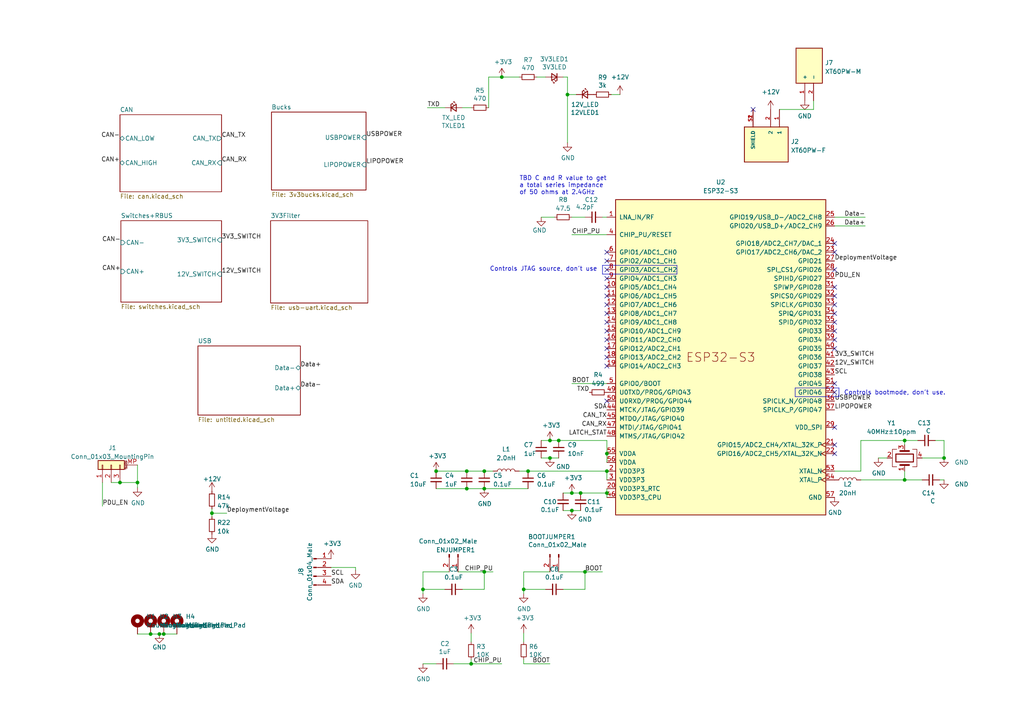
<source format=kicad_sch>
(kicad_sch (version 20230121) (generator eeschema)
  (paper "A4")
  (lib_symbols
    (symbol "Connector:Conn_01x02_Male" (pin_names (offset 1.016) hide)
      (property "Reference" "J" (at 0 2.54 0))
      (property "Value" "Conn_01x02_Male" (at 0 -5.08 0))
      (symbol "Conn_01x02_Male_1_1"
        (polyline (pts (xy 1.27 -2.54) (xy 0.8636 -2.54)) (stroke (width 0.1524)))
        (polyline (pts (xy 1.27 0) (xy 0.8636 0)) (stroke (width 0.1524)))
        (rectangle (start 0.8636 -2.413) (end 0 -2.667) (stroke (width 0.1524)) (fill (type outline)))
        (rectangle (start 0.8636 0.127) (end 0 -0.127) (stroke (width 0.1524)) (fill (type outline)))
        (pin passive line (at 5.08 0 180) (length 3.81) (name "Pin_1") (number "1"))
        (pin passive line (at 5.08 -2.54 180) (length 3.81) (name "Pin_2") (number "2"))
      )
    )
    (symbol "Connector:Conn_01x04_Male" (pin_names (offset 1.016) hide)
      (property "Reference" "J" (at 0 5.08 0))
      (property "Value" "Conn_01x04_Male" (at 0 -7.62 0))
      (symbol "Conn_01x04_Male_1_1"
        (polyline (pts (xy 1.27 -5.08) (xy 0.8636 -5.08)) (stroke (width 0.1524)))
        (polyline (pts (xy 1.27 -2.54) (xy 0.8636 -2.54)) (stroke (width 0.1524)))
        (polyline (pts (xy 1.27 0) (xy 0.8636 0)) (stroke (width 0.1524)))
        (polyline (pts (xy 1.27 2.54) (xy 0.8636 2.54)) (stroke (width 0.1524)))
        (rectangle (start 0.8636 -4.953) (end 0 -5.207) (stroke (width 0.1524)) (fill (type outline)))
        (rectangle (start 0.8636 -2.413) (end 0 -2.667) (stroke (width 0.1524)) (fill (type outline)))
        (rectangle (start 0.8636 0.127) (end 0 -0.127) (stroke (width 0.1524)) (fill (type outline)))
        (rectangle (start 0.8636 2.667) (end 0 2.413) (stroke (width 0.1524)) (fill (type outline)))
        (pin passive line (at 5.08 2.54 180) (length 3.81) (name "Pin_1") (number "1"))
        (pin passive line (at 5.08 0 180) (length 3.81) (name "Pin_2") (number "2"))
        (pin passive line (at 5.08 -2.54 180) (length 3.81) (name "Pin_3") (number "3"))
        (pin passive line (at 5.08 -5.08 180) (length 3.81) (name "Pin_4") (number "4"))
      )
    )
    (symbol "Connector_Generic_MountingPin:Conn_01x03_MountingPin" (pin_names (offset 1.016) hide)
      (property "Reference" "J" (at 0 5.08 0))
      (property "Value" "Conn_01x03_MountingPin" (at 1.27 -5.08 0))
      (symbol "Conn_01x03_MountingPin_1_1"
        (rectangle (start -1.27 -2.413) (end 0 -2.667) (stroke (width 0.1524)))
        (rectangle (start -1.27 0.127) (end 0 -0.127) (stroke (width 0.1524)))
        (rectangle (start -1.27 2.667) (end 0 2.413) (stroke (width 0.1524)))
        (rectangle (start -1.27 3.81) (end 1.27 -3.81) (stroke (width 0.254)) (fill (type background)))
        (polyline (pts (xy -1.016 -4.572) (xy 1.016 -4.572)) (stroke (width 0.1524)))
        (text "Mounting" (at 0 -4.191 0) (effects (font (size 0.381 0.381))))
        (pin passive line (at -5.08 2.54 0) (length 3.81) (name "Pin_1") (number "1"))
        (pin passive line (at -5.08 0 0) (length 3.81) (name "Pin_2") (number "2"))
        (pin passive line (at -5.08 -2.54 0) (length 3.81) (name "Pin_3") (number "3"))
        (pin passive line (at 0 -7.62 90) (length 3.048) (name "MountPin") (number "MP"))
      )
    )
    (symbol "Device:C_Small" (pin_numbers hide) (pin_names (offset 0.254) hide)
      (property "Reference" "C" (at 0.254 1.778 0))
      (property "Value" "C_Small" (at 0.254 -2.032 0))
      (symbol "C_Small_0_1"
        (polyline (pts (xy -1.524 -0.508) (xy 1.524 -0.508)) (stroke (width 0.3302)))
        (polyline (pts (xy -1.524 0.508) (xy 1.524 0.508)) (stroke (width 0.3048)))
      )
      (symbol "C_Small_1_1"
        (pin passive line (at 0 2.54 270) (length 2.032) (name "~") (number "1"))
        (pin passive line (at 0 -2.54 90) (length 2.032) (name "~") (number "2"))
      )
    )
    (symbol "Device:Crystal_GND24" (pin_names (offset 1.016) hide)
      (property "Reference" "Y" (at 3.175 5.08 0))
      (property "Value" "Crystal_GND24" (at 3.175 3.175 0))
      (symbol "Crystal_GND24_0_1"
        (rectangle (start -1.143 2.54) (end 1.143 -2.54) (stroke (width 0.3048)))
        (polyline (pts (xy -2.54 0) (xy -2.032 0)))
        (polyline (pts (xy -2.032 -1.27) (xy -2.032 1.27)) (stroke (width 0.508)))
        (polyline (pts (xy 0 -3.81) (xy 0 -3.556)))
        (polyline (pts (xy 0 3.556) (xy 0 3.81)))
        (polyline (pts (xy 2.032 -1.27) (xy 2.032 1.27)) (stroke (width 0.508)))
        (polyline (pts (xy 2.032 0) (xy 2.54 0)))
        (polyline (pts (xy -2.54 -2.286) (xy -2.54 -3.556) (xy 2.54 -3.556) (xy 2.54 -2.286)))
        (polyline (pts (xy -2.54 2.286) (xy -2.54 3.556) (xy 2.54 3.556) (xy 2.54 2.286)))
      )
      (symbol "Crystal_GND24_1_1"
        (pin passive line (at -3.81 0 0) (length 1.27) (name "1") (number "1"))
        (pin passive line (at 0 5.08 270) (length 1.27) (name "2") (number "2"))
        (pin passive line (at 3.81 0 180) (length 1.27) (name "3") (number "3"))
        (pin passive line (at 0 -5.08 90) (length 1.27) (name "4") (number "4"))
      )
    )
    (symbol "Device:L" (pin_numbers hide) (pin_names (offset 1.016) hide)
      (property "Reference" "L" (at -1.27 0 90))
      (property "Value" "L" (at 1.905 0 90))
      (symbol "L_0_1"
        (arc (start 0 -2.54) (mid 0.6323 -1.905) (end 0 -1.27))
        (arc (start 0 -1.27) (mid 0.6323 -0.635) (end 0 0))
        (arc (start 0 0) (mid 0.6323 0.635) (end 0 1.27))
        (arc (start 0 1.27) (mid 0.6323 1.905) (end 0 2.54))
      )
      (symbol "L_1_1"
        (pin passive line (at 0 3.81 270) (length 1.27) (name "1") (number "1"))
        (pin passive line (at 0 -3.81 90) (length 1.27) (name "2") (number "2"))
      )
    )
    (symbol "Device:LED_Small" (pin_numbers hide) (pin_names (offset 0.254) hide)
      (property "Reference" "D" (at -1.27 3.175 0))
      (property "Value" "LED_Small" (at -4.445 -2.54 0))
      (symbol "LED_Small_0_1"
        (polyline (pts (xy -0.762 -1.016) (xy -0.762 1.016)) (stroke (width 0.254)))
        (polyline (pts (xy 1.016 0) (xy -0.762 0)))
        (polyline (pts (xy 0.762 -1.016) (xy -0.762 0) (xy 0.762 1.016) (xy 0.762 -1.016)) (stroke (width 0.254)))
        (polyline (pts (xy 0 0.762) (xy -0.508 1.27) (xy -0.254 1.27) (xy -0.508 1.27) (xy -0.508 1.016)))
        (polyline (pts (xy 0.508 1.27) (xy 0 1.778) (xy 0.254 1.778) (xy 0 1.778) (xy 0 1.524)))
      )
      (symbol "LED_Small_1_1"
        (pin passive line (at -2.54 0 0) (length 1.778) (name "K") (number "1"))
        (pin passive line (at 2.54 0 180) (length 1.778) (name "A") (number "2"))
      )
    )
    (symbol "Device:R_Small" (pin_numbers hide) (pin_names (offset 0.254) hide)
      (property "Reference" "R" (at 0.762 0.508 0))
      (property "Value" "R_Small" (at 0.762 -1.016 0))
      (symbol "R_Small_0_1"
        (rectangle (start -0.762 1.778) (end 0.762 -1.778) (stroke (width 0.2032)))
      )
      (symbol "R_Small_1_1"
        (pin passive line (at 0 2.54 270) (length 0.762) (name "~") (number "1"))
        (pin passive line (at 0 -2.54 90) (length 0.762) (name "~") (number "2"))
      )
    )
    (symbol "Espressif:ESP32-S3" (pin_names (offset 1.016))
      (property "Reference" "U" (at 0 48.26 0))
      (property "Value" "ESP32-S3" (at 0 -48.26 0))
      (symbol "ESP32-S3_0_0"
        (text "ESP32-S3" (at 0 0 0) (effects (font (size 2.54 2.54))))
        (pin bidirectional line (at 33.02 -12.7 180) (length 2.54) (name "SPICLK_N/GPIO48") (number "36"))
        (pin bidirectional line (at 33.02 -15.24 180) (length 2.54) (name "SPICLK_P/GPIO47") (number "37"))
      )
      (symbol "ESP32-S3_0_1"
        (rectangle (start -30.48 45.72) (end 30.48 -45.72) (stroke (width 0.254)) (fill (type background)))
      )
      (symbol "ESP32-S3_1_1"
        (pin bidirectional line (at -33.02 40.64 0) (length 2.54) (name "LNA_IN/RF") (number "1"))
        (pin bidirectional line (at -33.02 20.32 0) (length 2.54) (name "GPIO5/ADC1_CH4") (number "10"))
        (pin bidirectional line (at -33.02 17.78 0) (length 2.54) (name "GPIO6/ADC1_CH5") (number "11"))
        (pin bidirectional line (at -33.02 15.24 0) (length 2.54) (name "GPIO7/ADC1_CH6") (number "12"))
        (pin bidirectional line (at -33.02 12.7 0) (length 2.54) (name "GPIO8/ADC1_CH7") (number "13"))
        (pin bidirectional line (at -33.02 10.16 0) (length 2.54) (name "GPIO9/ADC1_CH8") (number "14"))
        (pin bidirectional line (at -33.02 7.62 0) (length 2.54) (name "GPIO10/ADC1_CH9") (number "15"))
        (pin bidirectional line (at -33.02 5.08 0) (length 2.54) (name "GPIO11/ADC2_CH0") (number "16"))
        (pin bidirectional line (at -33.02 2.54 0) (length 2.54) (name "GPIO12/ADC2_CH1") (number "17"))
        (pin bidirectional line (at -33.02 0 0) (length 2.54) (name "GPIO13/ADC2_CH2") (number "18"))
        (pin bidirectional line (at -33.02 -2.54 0) (length 2.54) (name "GPIO14/ADC2_CH3") (number "19"))
        (pin power_in line (at -33.02 -33.02 0) (length 2.54) (name "VDD3P3") (number "2"))
        (pin power_in line (at -33.02 -38.1 0) (length 2.54) (name "VDD3P3_RTC") (number "20"))
        (pin input clock (at 33.02 -25.4 180) (length 2.54) (name "GPIO15/ADC2_CH4/XTAL_32K_P") (number "21"))
        (pin output clock (at 33.02 -27.94 180) (length 2.54) (name "GPIO16/ADC2_CH5/XTAL_32K_N") (number "22"))
        (pin bidirectional line (at 33.02 30.48 180) (length 2.54) (name "GPIO17/ADC2_CH6/DAC_2") (number "23"))
        (pin bidirectional line (at 33.02 33.02 180) (length 2.54) (name "GPIO18/ADC2_CH7/DAC_1") (number "24"))
        (pin bidirectional line (at 33.02 40.64 180) (length 2.54) (name "GPIO19/USB_D-/ADC2_CH8") (number "25"))
        (pin bidirectional line (at 33.02 38.1 180) (length 2.54) (name "GPIO20/USB_D+/ADC2_CH9") (number "26"))
        (pin bidirectional line (at 33.02 27.94 180) (length 2.54) (name "GPIO21") (number "27"))
        (pin bidirectional line (at 33.02 25.4 180) (length 2.54) (name "SPI_CS1/GPIO26") (number "28"))
        (pin power_out line (at 33.02 -20.32 180) (length 2.54) (name "VDD_SPI") (number "29"))
        (pin power_in line (at -33.02 -35.56 0) (length 2.54) (name "VDD3P3") (number "3"))
        (pin bidirectional line (at 33.02 22.86 180) (length 2.54) (name "SPIHD/GPIO27") (number "30"))
        (pin bidirectional line (at 33.02 20.32 180) (length 2.54) (name "SPIWP/GPIO28") (number "31"))
        (pin bidirectional line (at 33.02 17.78 180) (length 2.54) (name "SPICS0/GPIO29") (number "32"))
        (pin bidirectional line (at 33.02 15.24 180) (length 2.54) (name "SPICLK/GPIO30") (number "33"))
        (pin bidirectional line (at 33.02 12.7 180) (length 2.54) (name "SPIQ/GPIO31") (number "34"))
        (pin bidirectional line (at 33.02 10.16 180) (length 2.54) (name "SPID/GPIO32") (number "35"))
        (pin bidirectional line (at 33.02 7.62 180) (length 2.54) (name "GPIO33") (number "38"))
        (pin bidirectional line (at 33.02 5.08 180) (length 2.54) (name "GPIO34") (number "39"))
        (pin input line (at -33.02 35.56 0) (length 2.54) (name "CHIP_PU/RESET") (number "4"))
        (pin bidirectional line (at 33.02 2.54 180) (length 2.54) (name "GPIO35") (number "40"))
        (pin bidirectional line (at 33.02 0 180) (length 2.54) (name "GPIO36") (number "41"))
        (pin bidirectional line (at 33.02 -2.54 180) (length 2.54) (name "GPIO37") (number "42"))
        (pin bidirectional line (at 33.02 -5.08 180) (length 2.54) (name "GPIO38") (number "43"))
        (pin bidirectional line (at -33.02 -15.24 0) (length 2.54) (name "MTCK/JTAG/GPIO39") (number "44"))
        (pin bidirectional line (at -33.02 -17.78 0) (length 2.54) (name "MTDO/JTAG/GPIO40") (number "45"))
        (pin power_in line (at -33.02 -40.64 0) (length 2.54) (name "VDD3P3_CPU") (number "46"))
        (pin bidirectional line (at -33.02 -20.32 0) (length 2.54) (name "MTDI/JTAG/GPIO41") (number "47"))
        (pin bidirectional line (at -33.02 -22.86 0) (length 2.54) (name "MTMS/JTAG/GPIO42") (number "48"))
        (pin bidirectional line (at -33.02 -10.16 0) (length 2.54) (name "U0TXD/PROG/GPIO43") (number "49"))
        (pin bidirectional line (at -33.02 -7.62 0) (length 2.54) (name "GPIO0/BOOT") (number "5"))
        (pin bidirectional line (at -33.02 -12.7 0) (length 2.54) (name "U0RXD/PROG/GPIO44") (number "50"))
        (pin bidirectional line (at 33.02 -7.62 180) (length 2.54) (name "GPIO45") (number "51"))
        (pin bidirectional line (at 33.02 -10.16 180) (length 2.54) (name "GPIO46") (number "52"))
        (pin input clock (at 33.02 -33.02 180) (length 2.54) (name "XTAL_N") (number "53"))
        (pin output clock (at 33.02 -35.56 180) (length 2.54) (name "XTAL_P") (number "54"))
        (pin power_in line (at -33.02 -27.94 0) (length 2.54) (name "VDDA") (number "55"))
        (pin power_in line (at -33.02 -30.48 0) (length 2.54) (name "VDDA") (number "56"))
        (pin power_in line (at 33.02 -40.64 180) (length 2.54) (name "GND") (number "57"))
        (pin bidirectional line (at -33.02 30.48 0) (length 2.54) (name "GPIO1/ADC1_CH0") (number "6"))
        (pin bidirectional line (at -33.02 27.94 0) (length 2.54) (name "GPIO2/ADC1_CH1") (number "7"))
        (pin bidirectional line (at -33.02 25.4 0) (length 2.54) (name "GPIO3/ADC1_CH2") (number "8"))
        (pin bidirectional line (at -33.02 22.86 0) (length 2.54) (name "GPIO4/ADC1_CH3") (number "9"))
      )
    )
    (symbol "Mechanical:MountingHole_Pad" (pin_numbers hide) (pin_names (offset 1.016) hide)
      (property "Reference" "H" (at 0 6.35 0))
      (property "Value" "MountingHole_Pad" (at 0 4.445 0))
      (symbol "MountingHole_Pad_0_1"
        (circle (center 0 1.27) (radius 1.27) (stroke (width 1.27)))
      )
      (symbol "MountingHole_Pad_1_1"
        (pin input line (at 0 -2.54 90) (length 2.54) (name "1") (number "1"))
      )
    )
    (symbol "iclr:XT60PW-F" (pin_names (offset 1.016))
      (property "Reference" "J" (at -5.08 6.35 0))
      (property "Value" "XT60PW-F" (at -5.08 -8.89 0))
      (symbol "XT60PW-F_0_0"
        (rectangle (start -5.08 -7.62) (end 5.08 5.08) (stroke (width 0.254)) (fill (type background)))
        (pin passive line (at -10.16 2.54 0) (length 5.08) (name "1") (number "1"))
        (pin passive line (at -10.16 0 0) (length 5.08) (name "2") (number "2"))
        (pin passive line (at -10.16 -5.08 0) (length 5.08) (name "SHIELD") (number "S1"))
        (pin passive line (at -10.16 -5.08 0) (length 5.08) (name "SHIELD") (number "S2"))
      )
    )
    (symbol "iclr:XT60PW-M" (pin_names (offset 1.016))
      (property "Reference" "J" (at -5.08 5.7234 0))
      (property "Value" "XT60PW-M" (at -5.08 -5.0923 0))
      (symbol "XT60PW-M_0_0"
        (rectangle (start -5.08 -2.54) (end 5.08 5.08) (stroke (width 0.254)) (fill (type background)))
        (pin passive line (at -10.16 2.54 0) (length 5.08) (name "+") (number "1"))
        (pin passive line (at -10.16 0 0) (length 5.08) (name "-") (number "2"))
      )
    )
    (symbol "power:+12V" (power) (pin_names (offset 0))
      (property "Value" "+12V" (at 0 3.556 0))
      (symbol "+12V_0_1"
        (polyline (pts (xy -0.762 1.27) (xy 0 2.54)))
        (polyline (pts (xy 0 0) (xy 0 2.54)))
        (polyline (pts (xy 0 2.54) (xy 0.762 1.27)))
      )
      (symbol "+12V_1_1"
        (pin power_in line (at 0 0 90) (length 0) hide (name "+12V") (number "1"))
      )
    )
    (symbol "power:+3.3V" (power) (pin_names (offset 0))
      (property "Value" "+3.3V" (at 0 3.556 0))
      (symbol "+3.3V_0_1"
        (polyline (pts (xy -0.762 1.27) (xy 0 2.54)))
        (polyline (pts (xy 0 0) (xy 0 2.54)))
        (polyline (pts (xy 0 2.54) (xy 0.762 1.27)))
      )
      (symbol "+3.3V_1_1"
        (pin power_in line (at 0 0 90) (length 0) hide (name "+3V3") (number "1"))
      )
    )
    (symbol "power:GND" (power) (pin_names (offset 0))
      (property "Value" "GND" (at 0 -3.81 0))
      (symbol "GND_0_1"
        (polyline (pts (xy 0 0) (xy 0 -1.27) (xy 1.27 -1.27) (xy 0 -2.54) (xy -1.27 -1.27) (xy 0 -1.27)))
      )
      (symbol "GND_1_1"
        (pin power_in line (at 0 0 270) (length 0) hide (name "GND") (number "1"))
      )
    )
  )
  (junction (at 176.022 131.572))
  (junction (at 176.022 136.652))
  (junction (at 159.512 127.762))
  (junction (at 135.382 141.732))
  (junction (at 164.592 27.432))
  (junction (at 43.688 183.896))
  (junction (at 262.382 127.762))
  (junction (at 273.812 132.842))
  (junction (at 165.862 143.002))
  (junction (at 165.862 148.082))
  (junction (at 61.468 148.844))
  (junction (at 47.498 183.896))
  (junction (at 34.798 139.954))
  (junction (at 153.162 136.652))
  (junction (at 140.462 136.652))
  (junction (at 176.022 143.002))
  (junction (at 151.892 170.942))
  (junction (at 162.052 127.762))
  (junction (at 39.878 139.954))
  (junction (at 126.492 136.652))
  (junction (at 122.682 170.942))
  (junction (at 140.462 165.862))
  (junction (at 135.382 136.652))
  (junction (at 159.512 132.842))
  (junction (at 46.228 183.896))
  (junction (at 168.402 143.002))
  (junction (at 169.672 165.862))
  (junction (at 140.462 141.732))
  (junction (at 262.382 139.192))
  (junction (at 145.542 22.352))
  (junction (at 136.652 192.532))
  (no_connect (at 218.44 31.75))
  (no_connect (at 242.062 113.792))
  (no_connect (at 176.022 78.232))
  (no_connect (at 242.062 131.572))
  (no_connect (at 242.062 129.032))
  (no_connect (at 176.022 75.692))
  (no_connect (at 176.022 80.772))
  (no_connect (at 176.022 83.312))
  (no_connect (at 176.022 85.852))
  (no_connect (at 176.022 88.392))
  (no_connect (at 176.022 90.932))
  (no_connect (at 176.022 93.472))
  (no_connect (at 176.022 96.012))
  (no_connect (at 176.022 98.552))
  (no_connect (at 176.022 101.092))
  (no_connect (at 176.022 103.632))
  (no_connect (at 176.022 106.172))
  (no_connect (at 242.062 111.252))
  (no_connect (at 242.062 101.092))
  (no_connect (at 242.062 98.552))
  (no_connect (at 242.062 96.012))
  (no_connect (at 242.062 93.472))
  (no_connect (at 242.062 70.612))
  (no_connect (at 242.062 73.152))
  (no_connect (at 242.062 78.232))
  (no_connect (at 242.062 83.312))
  (no_connect (at 242.062 85.852))
  (no_connect (at 242.062 88.392))
  (no_connect (at 242.062 90.932))
  (no_connect (at 176.022 73.152))
  (no_connect (at 176.022 116.332))
  (no_connect (at 242.062 123.952))
  (wire (pts (xy 129.032 170.942) (xy 122.682 170.942)))
  (polyline (pts (xy 230.632 112.522) (xy 243.332 112.522)))
  (wire (pts (xy 176.022 127.762) (xy 176.022 131.572)))
  (wire (pts (xy 267.462 132.842) (xy 273.812 132.842)))
  (wire (pts (xy 163.322 148.082) (xy 165.862 148.082)))
  (polyline (pts (xy 196.342 79.502) (xy 174.752 79.502)))
  (wire (pts (xy 134.112 170.942) (xy 140.462 170.942)))
  (wire (pts (xy 153.162 136.652) (xy 176.022 136.652)))
  (wire (pts (xy 122.682 165.862) (xy 122.682 170.942)))
  (wire (pts (xy 174.752 62.992) (xy 176.022 62.992)))
  (wire (pts (xy 39.878 134.874) (xy 39.878 139.954)))
  (wire (pts (xy 156.972 62.992) (xy 160.782 62.992)))
  (wire (pts (xy 136.652 183.642) (xy 136.652 186.182)))
  (wire (pts (xy 32.258 139.954) (xy 34.798 139.954)))
  (wire (pts (xy 164.592 27.432) (xy 164.592 41.402)))
  (wire (pts (xy 266.192 127.762) (xy 262.382 127.762)))
  (polyline (pts (xy 243.332 112.522) (xy 243.332 115.062)))
  (polyline (pts (xy 243.332 115.062) (xy 230.632 115.062)))
  (wire (pts (xy 151.892 165.862) (xy 151.892 170.942)))
  (wire (pts (xy 163.322 170.942) (xy 169.672 170.942)))
  (wire (pts (xy 150.622 136.652) (xy 153.162 136.652)))
  (wire (pts (xy 126.492 141.732) (xy 135.382 141.732)))
  (wire (pts (xy 262.382 136.652) (xy 262.382 139.192)))
  (wire (pts (xy 141.732 22.352) (xy 145.542 22.352)))
  (wire (pts (xy 122.682 192.532) (xy 126.492 192.532)))
  (wire (pts (xy 141.732 22.352) (xy 141.732 31.242)))
  (wire (pts (xy 96.012 164.592) (xy 103.124 164.592)))
  (wire (pts (xy 123.952 31.242) (xy 129.032 31.242)))
  (wire (pts (xy 29.718 139.954) (xy 29.718 146.812)))
  (wire (pts (xy 122.682 165.862) (xy 130.302 165.862)))
  (wire (pts (xy 61.468 147.574) (xy 61.468 148.844)))
  (wire (pts (xy 103.124 164.592) (xy 103.124 165.354)))
  (wire (pts (xy 249.682 139.192) (xy 262.382 139.192)))
  (wire (pts (xy 165.862 62.992) (xy 169.672 62.992)))
  (wire (pts (xy 165.862 148.082) (xy 168.402 148.082)))
  (wire (pts (xy 140.462 170.942) (xy 140.462 165.862)))
  (wire (pts (xy 135.382 141.732) (xy 140.462 141.732)))
  (wire (pts (xy 164.592 22.352) (xy 163.322 22.352)))
  (wire (pts (xy 176.022 143.002) (xy 176.022 144.272)))
  (wire (pts (xy 162.052 165.862) (xy 169.672 165.862)))
  (polyline (pts (xy 174.752 76.962) (xy 174.752 79.502)))
  (wire (pts (xy 165.862 111.252) (xy 176.022 111.252)))
  (wire (pts (xy 267.462 139.192) (xy 262.382 139.192)))
  (wire (pts (xy 151.892 183.642) (xy 151.892 186.182)))
  (wire (pts (xy 122.682 170.942) (xy 122.682 172.212)))
  (wire (pts (xy 273.812 127.762) (xy 271.272 127.762)))
  (wire (pts (xy 151.892 192.532) (xy 151.892 191.262)))
  (wire (pts (xy 156.972 127.762) (xy 159.512 127.762)))
  (wire (pts (xy 159.512 127.762) (xy 162.052 127.762)))
  (wire (pts (xy 249.682 127.762) (xy 262.382 127.762)))
  (wire (pts (xy 159.512 192.532) (xy 151.892 192.532)))
  (wire (pts (xy 136.652 192.532) (xy 145.542 192.532)))
  (wire (pts (xy 140.462 136.652) (xy 143.002 136.652)))
  (wire (pts (xy 132.842 165.862) (xy 140.462 165.862)))
  (wire (pts (xy 134.112 31.242) (xy 136.652 31.242)))
  (wire (pts (xy 47.498 183.896) (xy 51.308 183.896)))
  (wire (pts (xy 151.892 170.942) (xy 151.892 172.212)))
  (wire (pts (xy 39.878 183.896) (xy 43.688 183.896)))
  (wire (pts (xy 174.752 165.862) (xy 169.672 165.862)))
  (wire (pts (xy 159.512 132.842) (xy 162.052 132.842)))
  (wire (pts (xy 43.688 183.896) (xy 46.228 183.896)))
  (wire (pts (xy 273.812 139.192) (xy 272.542 139.192)))
  (wire (pts (xy 235.966 31.75) (xy 235.966 29.21)))
  (wire (pts (xy 61.468 148.844) (xy 61.468 149.86)))
  (wire (pts (xy 242.062 62.992) (xy 250.952 62.992)))
  (wire (pts (xy 176.022 143.002) (xy 176.022 141.732)))
  (wire (pts (xy 254.762 132.842) (xy 257.302 132.842)))
  (wire (pts (xy 39.878 139.954) (xy 39.878 141.478)))
  (wire (pts (xy 176.022 131.572) (xy 176.022 134.112)))
  (wire (pts (xy 162.052 127.762) (xy 176.022 127.762)))
  (wire (pts (xy 151.892 165.862) (xy 159.512 165.862)))
  (wire (pts (xy 163.322 143.002) (xy 165.862 143.002)))
  (wire (pts (xy 169.672 170.942) (xy 169.672 165.862)))
  (wire (pts (xy 156.972 132.842) (xy 159.512 132.842)))
  (wire (pts (xy 165.862 68.072) (xy 176.022 68.072)))
  (wire (pts (xy 46.228 183.896) (xy 47.498 183.896)))
  (wire (pts (xy 164.592 22.352) (xy 164.592 27.432)))
  (polyline (pts (xy 174.752 76.962) (xy 196.342 76.962)))
  (wire (pts (xy 140.462 165.862) (xy 143.002 165.862)))
  (wire (pts (xy 226.06 31.75) (xy 235.966 31.75)))
  (wire (pts (xy 61.468 148.844) (xy 65.786 148.844)))
  (wire (pts (xy 242.062 136.652) (xy 249.682 136.652)))
  (wire (pts (xy 167.132 27.432) (xy 164.592 27.432)))
  (wire (pts (xy 262.382 127.762) (xy 262.382 129.032)))
  (polyline (pts (xy 196.342 76.962) (xy 196.342 79.502)))
  (wire (pts (xy 155.702 22.352) (xy 158.242 22.352)))
  (wire (pts (xy 135.382 136.652) (xy 140.462 136.652)))
  (wire (pts (xy 179.832 27.432) (xy 177.292 27.432)))
  (wire (pts (xy 158.242 170.942) (xy 151.892 170.942)))
  (wire (pts (xy 145.542 22.352) (xy 150.622 22.352)))
  (wire (pts (xy 176.022 136.652) (xy 176.022 139.192)))
  (wire (pts (xy 34.798 139.954) (xy 39.878 139.954)))
  (polyline (pts (xy 230.632 112.522) (xy 230.632 115.062)))
  (wire (pts (xy 136.652 192.532) (xy 136.652 191.262)))
  (wire (pts (xy 249.682 136.652) (xy 249.682 127.762)))
  (wire (pts (xy 168.402 143.002) (xy 176.022 143.002)))
  (wire (pts (xy 126.492 136.652) (xy 135.382 136.652)))
  (wire (pts (xy 165.862 143.002) (xy 168.402 143.002)))
  (wire (pts (xy 273.812 127.762) (xy 273.812 132.842)))
  (wire (pts (xy 242.062 65.532) (xy 250.952 65.532)))
  (wire (pts (xy 131.572 192.532) (xy 136.652 192.532)))
  (wire (pts (xy 140.462 141.732) (xy 153.162 141.732)))
  (text "Controls JTAG source, don't use\n" (at 173.2577 78.8498 0) (effects (font (size 1.27 1.27)) (justify right bottom)))
  (text "TBD C and R value to get\na total series impedance\nof 50 ohms at 2.4GHz\n" (at 150.622 56.642 0) (effects (font (size 1.27 1.27)) (justify left bottom)))
  (text "Controls bootmode, don't use.\n" (at 244.7614 114.7377 0) (effects (font (size 1.27 1.27)) (justify left bottom)))
  (label "12V_SWITCH" (at 64.262 79.502 0))
  (label "LATCH_STAT" (at 176.022 126.492 180))
  (label "LIPOPOWER" (at 242.062 118.872 0))
  (label "CAN-" (at 34.798 40.132 180))
  (label "CAN-" (at 35.052 70.358 180))
  (label "DeploymentVoltage" (at 65.786 148.844 0))
  (label "SCL" (at 96.012 167.132 0))
  (label "BOOT" (at 159.512 192.532 180))
  (label "DeploymentVoltage" (at 242.062 75.692 0))
  (label "CHIP_PU" (at 143.002 165.862 180))
  (label "TXD" (at 170.942 113.792 180))
  (label "CAN_TX" (at 64.262 40.132 0))
  (label "CAN+" (at 35.052 78.74 180))
  (label "SCL" (at 242.062 108.712 0))
  (label "12V_SWITCH" (at 242.062 106.172 0))
  (label "CAN+" (at 34.798 47.244 180))
  (label "Data-" (at 250.952 62.992 180))
  (label "3V3_SWITCH" (at 242.062 103.632 0))
  (label "CHIP_PU" (at 145.542 192.532 180))
  (label "USBPOWER" (at 106.172 39.878 0))
  (label "CAN_RX" (at 64.262 47.244 0))
  (label "TXD" (at 123.952 31.242 0))
  (label "PDU_EN" (at 242.062 80.772 0))
  (label "Data+" (at 250.952 65.532 180))
  (label "LIPOPOWER" (at 106.172 47.752 0))
  (label "Data-" (at 87.122 112.522 0))
  (label "3V3_SWITCH" (at 64.262 69.596 0))
  (label "CHIP_PU" (at 165.862 68.072 0))
  (label "BOOT" (at 174.752 165.862 180))
  (label "PDU_EN" (at 29.718 146.812 0))
  (label "SDA" (at 96.012 169.672 0))
  (label "BOOT" (at 165.862 111.252 0))
  (label "SDA" (at 176.022 118.872 180))
  (label "CAN_TX" (at 176.022 121.412 180))
  (label "USBPOWER" (at 242.062 116.332 0))
  (label "CAN_RX" (at 176.022 123.952 180))
  (label "Data+" (at 87.122 106.68 0))
  (symbol (lib_id "Mechanical:MountingHole_Pad") (at 39.878 181.356 0) (unit 1)
    (property "Reference" "H1" (at 42.418 178.8159 0) (effects (justify left)))
    (property "Value" "MountingHole_Pad" (at 42.418 181.3559 0) (effects (justify left)))
    (property "Footprint" "MountingHole:MountingHole_3.2mm_M3_DIN965_Pad" (effects hide))
  )
  (symbol (lib_id "Device:C_Small") (at 126.492 139.192 0) (unit 1)
    (property "Reference" "C1" (at 118.872 137.922 0) (effects (justify left)))
    (property "Value" "10uF" (at 118.872 140.462 0) (effects (justify left)))
    (property "Footprint" "Capacitor_SMD:C_0402_1005Metric" (effects hide))
  )
  (symbol (lib_id "power:+3.3V") (at 126.492 136.652 0) (unit 1)
    (property "Reference" "#PWR0116" (effects hide))
    (property "Value" "+3.3V" (at 126.873 132.2578 0))
  )
  (symbol (lib_id "power:GND") (at 61.468 154.94 0) (unit 1)
    (property "Reference" "#PWR0141" (effects hide))
    (property "Value" "GND" (at 61.595 159.3342 0))
  )
  (symbol (lib_id "Device:R_Small") (at 136.652 188.722 0) (unit 1)
    (property "Reference" "R3" (at 138.1506 187.5536 0) (effects (justify left)))
    (property "Value" "10K" (at 138.1506 189.865 0) (effects (justify left)))
    (property "Footprint" "Resistor_SMD:R_0402_1005Metric" (effects hide))
  )
  (symbol (lib_id "power:+3.3V") (at 136.652 183.642 0) (unit 1)
    (property "Reference" "#PWR0121" (effects hide))
    (property "Value" "+3.3V" (at 137.033 179.2478 0))
  )
  (symbol (lib_id "Device:R_Small") (at 139.192 31.242 270) (unit 1)
    (property "Reference" "R5" (at 139.192 26.2636 90))
    (property "Value" "470" (at 139.192 28.575 90))
    (property "Footprint" "Resistor_SMD:R_0402_1005Metric" (effects hide))
  )
  (symbol (lib_id "power:+12V") (at 179.832 27.432 0) (unit 1)
    (property "Reference" "#PWR0102" (effects hide))
    (property "Value" "+12V" (at 179.832 22.352 0))
  )
  (symbol (lib_id "iclr:XT60PW-M") (at 235.966 19.05 90) (unit 1)
    (property "Reference" "J7" (at 239.268 18.2153 90) (effects (justify right)))
    (property "Value" "XT60PW-M" (at 239.268 20.7522 90) (effects (justify right)))
    (property "Footprint" "iclr:AMASS_XT60PW-M" (effects hide))
    (property "STANDARD" "Manufacturer recommendations" (effects hide))
    (property "MANUFACTURER" "AMASS" (effects hide))
    (property "PARTREV" "V1.2" (effects hide))
    (property "MAXIMUM_PACKAGE_HEIGHT" "8.4 mm" (effects hide))
  )
  (symbol (lib_id "Device:C_Small") (at 172.212 62.992 90) (unit 1)
    (property "Reference" "C12" (at 173.482 57.912 90) (effects (justify left)))
    (property "Value" "4.2pF" (at 172.4654 60.0101 90) (effects (justify left)))
    (property "Footprint" "Capacitor_SMD:C_0603_1608Metric" (effects hide))
  )
  (symbol (lib_id "Device:R_Small") (at 61.468 152.4 0) (unit 1)
    (property "Reference" "R22" (at 62.9666 151.5653 0) (effects (justify left)))
    (property "Value" "10k" (at 62.9666 154.1022 0) (effects (justify left)))
    (property "Footprint" "Resistor_SMD:R_0402_1005Metric" (effects hide))
  )
  (symbol (lib_id "Device:C_Small") (at 160.782 170.942 270) (unit 1)
    (property "Reference" "C8" (at 160.782 165.1254 90))
    (property "Value" "0.1uF" (at 160.782 167.4368 90))
    (property "Footprint" "Capacitor_SMD:C_0402_1005Metric" (effects hide))
  )
  (symbol (lib_id "power:GND") (at 156.972 62.992 0) (unit 1)
    (property "Reference" "#PWR0115" (effects hide))
    (property "Value" "GND" (at 154.432 66.802 0) (effects (justify left)))
  )
  (symbol (lib_id "power:GND") (at 46.228 183.896 0) (unit 1)
    (property "Reference" "#PWR0125" (effects hide))
    (property "Value" "GND" (at 46.228 187.706 0))
  )
  (symbol (lib_id "Device:C_Small") (at 131.572 170.942 270) (unit 1)
    (property "Reference" "C3" (at 131.572 165.1254 90))
    (property "Value" "0.1uF" (at 131.572 167.4368 90))
    (property "Footprint" "Capacitor_SMD:C_0402_1005Metric" (effects hide))
  )
  (symbol (lib_id "power:+12V") (at 223.52 31.75 0) (unit 1)
    (property "Reference" "#PWR0184" (effects hide))
    (property "Value" "+12V" (at 223.52 26.67 0))
  )
  (symbol (lib_id "power:+3.3V") (at 165.862 143.002 0) (unit 1)
    (property "Reference" "#PWR0117" (effects hide))
    (property "Value" "+3.3V" (at 166.243 138.6078 0))
  )
  (symbol (lib_id "Connector:Conn_01x04_Male") (at 90.932 164.592 0) (unit 1)
    (property "Reference" "J8" (at 87.283 165.862 90))
    (property "Value" "Conn_01x04_Male" (at 89.8199 165.862 90))
    (property "Footprint" "Connector_PinHeader_2.54mm:PinHeader_1x04_P2.54mm_Vertical" (effects hide))
  )
  (symbol (lib_id "Device:R_Small") (at 61.468 145.034 0) (unit 1)
    (property "Reference" "R14" (at 62.9666 144.1993 0) (effects (justify left)))
    (property "Value" "47k" (at 62.9666 146.7362 0) (effects (justify left)))
    (property "Footprint" "Resistor_SMD:R_0402_1005Metric" (effects hide))
  )
  (symbol (lib_id "Device:R_Small") (at 151.892 188.722 0) (unit 1)
    (property "Reference" "R6" (at 153.3906 187.5536 0) (effects (justify left)))
    (property "Value" "10K" (at 153.3906 189.865 0) (effects (justify left)))
    (property "Footprint" "Resistor_SMD:R_0402_1005Metric" (effects hide))
  )
  (symbol (lib_id "power:GND") (at 273.812 132.842 0) (unit 1)
    (property "Reference" "#PWR0110" (effects hide))
    (property "Value" "GND" (at 278.892 134.112 0))
  )
  (symbol (lib_id "Espressif:ESP32-S3") (at 209.042 103.632 0) (unit 1)
    (property "Reference" "U2" (at 209.042 52.832 0))
    (property "Value" "ESP32-S3" (at 209.042 55.372 0))
    (property "Footprint" "iclr:QFN40P700X700X90-57N" (effects hide))
    (property "Datasheet" "https://www.espressif.com/sites/default/files/documentation/esp32-s3_datasheet_en.pdf" (effects hide))
  )
  (symbol (lib_id "Device:C_Small") (at 168.402 145.542 0) (unit 1)
    (property "Reference" "C11" (at 172.212 145.542 0))
    (property "Value" "0.1uF" (at 172.212 147.8534 0))
    (property "Footprint" "Capacitor_SMD:C_0402_1005Metric" (effects hide))
  )
  (symbol (lib_id "iclr:XT60PW-F") (at 223.52 41.91 270) (unit 1)
    (property "Reference" "J2" (at 229.362 41.0753 90) (effects (justify left)))
    (property "Value" "XT60PW-F" (at 229.362 43.6122 90) (effects (justify left)))
    (property "Footprint" "iclr:AMASS_XT60PW-F" (effects hide))
    (property "PARTREV" "V1.2" (effects hide))
    (property "STANDARD" "Manufacturer Recommendations" (effects hide))
    (property "MAXIMUM_PACKAGE_HEIGHT" "8.4 mm" (effects hide))
    (property "MANUFACTURER" "AMASS" (effects hide))
  )
  (symbol (lib_id "Device:Crystal_GND24") (at 262.382 132.842 90) (unit 1)
    (property "Reference" "Y1" (at 258.572 122.682 90))
    (property "Value" "40MHz±10ppm" (at 258.572 125.222 90))
    (property "Footprint" "Crystal:Crystal_SMD_2016-4Pin_2.0x1.6mm" (effects hide))
  )
  (symbol (lib_id "power:+3.3V") (at 96.012 162.052 0) (unit 1)
    (property "Reference" "#PWR0155" (effects hide))
    (property "Value" "+3.3V" (at 96.393 157.6578 0))
  )
  (symbol (lib_id "Device:C_Small") (at 268.732 127.762 90) (unit 1)
    (property "Reference" "C13" (at 270.002 122.682 90) (effects (justify left)))
    (property "Value" "C" (at 270.002 124.9934 90) (effects (justify left)))
    (property "Footprint" "Capacitor_SMD:C_0603_1608Metric" (effects hide))
  )
  (symbol (lib_id "Device:C_Small") (at 129.032 192.532 270) (unit 1)
    (property "Reference" "C2" (at 129.032 186.7154 90))
    (property "Value" "1uF" (at 129.032 189.0268 90))
    (property "Footprint" "Capacitor_SMD:C_0402_1005Metric" (effects hide))
  )
  (symbol (lib_id "Device:C_Small") (at 156.972 130.302 0) (unit 1)
    (property "Reference" "C7" (at 151.892 129.032 0) (effects (justify left)))
    (property "Value" "1uF" (at 151.892 131.572 0) (effects (justify left)))
    (property "Footprint" "Capacitor_SMD:C_0402_1005Metric" (effects hide))
  )
  (symbol (lib_id "Device:C_Small") (at 140.462 139.192 0) (unit 1)
    (property "Reference" "C5" (at 143.002 137.9282 0) (effects (justify left)))
    (property "Value" "0.1uF" (at 143.002 140.4682 0) (effects (justify left)))
    (property "Footprint" "Capacitor_SMD:C_0402_1005Metric" (effects hide))
  )
  (symbol (lib_id "Device:LED_Small") (at 169.672 27.432 0) (unit 1)
    (property "Reference" "12VLED1" (at 169.672 32.639 0))
    (property "Value" "12V_LED" (at 169.672 30.3276 0))
    (property "Footprint" "Resistor_SMD:R_0402_1005Metric" (effects hide))
  )
  (symbol (lib_id "Device:C_Small") (at 162.052 130.302 0) (unit 1)
    (property "Reference" "C9" (at 164.592 129.0382 0) (effects (justify left)))
    (property "Value" "10nF" (at 164.592 131.5782 0) (effects (justify left)))
    (property "Footprint" "Capacitor_SMD:C_0402_1005Metric" (effects hide))
  )
  (symbol (lib_id "power:GND") (at 159.512 132.842 0) (unit 1)
    (property "Reference" "#PWR0113" (effects hide))
    (property "Value" "GND" (at 163.322 135.382 0))
  )
  (symbol (lib_id "power:+12V") (at 61.468 142.494 0) (unit 1)
    (property "Reference" "#PWR0135" (effects hide))
    (property "Value" "+12V" (at 61.468 138.9182 0))
  )
  (symbol (lib_id "Device:C_Small") (at 135.382 139.192 0) (unit 1)
    (property "Reference" "C4" (at 129.032 137.922 0) (effects (justify left)))
    (property "Value" "1uF" (at 129.032 140.462 0) (effects (justify left)))
    (property "Footprint" "Capacitor_SMD:C_0402_1005Metric" (effects hide))
  )
  (symbol (lib_id "Device:R_Small") (at 173.482 113.792 90) (unit 1)
    (property "Reference" "R4" (at 173.482 108.712 90))
    (property "Value" "499" (at 173.482 111.252 90))
    (property "Footprint" "Resistor_SMD:R_0402_1005Metric" (effects hide))
  )
  (symbol (lib_id "Device:C_Small") (at 163.322 145.542 0) (unit 1)
    (property "Reference" "C10" (at 159.512 145.542 0))
    (property "Value" "0.1uF" (at 159.512 147.8534 0))
    (property "Footprint" "Capacitor_SMD:C_0402_1005Metric" (effects hide))
  )
  (symbol (lib_id "power:GND") (at 164.592 41.402 0) (unit 1)
    (property "Reference" "#PWR0103" (effects hide))
    (property "Value" "GND" (at 164.719 45.7962 0))
  )
  (symbol (lib_id "power:+3.3V") (at 159.512 127.762 0) (unit 1)
    (property "Reference" "#PWR0114" (effects hide))
    (property "Value" "+3.3V" (at 159.893 123.3678 0))
  )
  (symbol (lib_id "power:GND") (at 233.426 29.21 0) (unit 1)
    (property "Reference" "#PWR0185" (effects hide))
    (property "Value" "GND" (at 233.426 33.6534 0))
  )
  (symbol (lib_id "Device:R_Small") (at 163.322 62.992 90) (unit 1)
    (property "Reference" "R8" (at 163.322 57.912 90))
    (property "Value" "47.5" (at 163.322 60.452 90))
    (property "Footprint" "Resistor_SMD:R_0402_1005Metric" (effects hide))
  )
  (symbol (lib_id "power:GND") (at 140.462 141.732 0) (unit 1)
    (property "Reference" "#PWR0122" (effects hide))
    (property "Value" "GND" (at 140.589 146.1262 0))
  )
  (symbol (lib_id "Connector_Generic_MountingPin:Conn_01x03_MountingPin") (at 32.258 134.874 90) (unit 1)
    (property "Reference" "J1" (at 32.6136 129.9042 90))
    (property "Value" "Conn_01x03_MountingPin" (at 32.6136 132.4411 90))
    (property "Footprint" "iclr:Molex_Nano-Fit_105313-xx02_1x02_P2.50mm_Horizontal" (effects hide))
  )
  (symbol (lib_id "power:GND") (at 151.892 172.212 0) (unit 1)
    (property "Reference" "#PWR0120" (effects hide))
    (property "Value" "GND" (at 152.019 176.6062 0))
  )
  (symbol (lib_id "power:GND") (at 103.124 165.354 0) (unit 1)
    (property "Reference" "#PWR0153" (effects hide))
    (property "Value" "GND" (at 103.124 169.7974 0))
  )
  (symbol (lib_id "power:GND") (at 165.862 148.082 0) (unit 1)
    (property "Reference" "#PWR0112" (effects hide))
    (property "Value" "GND" (at 169.672 150.622 0))
  )
  (symbol (lib_id "Device:R_Small") (at 174.752 27.432 270) (unit 1)
    (property "Reference" "R9" (at 174.752 22.4536 90))
    (property "Value" "3k" (at 174.752 24.765 90))
    (property "Footprint" "Resistor_SMD:R_0402_1005Metric" (effects hide))
  )
  (symbol (lib_id "power:GND") (at 273.812 139.192 0) (unit 1)
    (property "Reference" "#PWR0108" (effects hide))
    (property "Value" "GND" (at 278.892 140.462 0))
  )
  (symbol (lib_id "Device:L") (at 146.812 136.652 90) (unit 1)
    (property "Reference" "L1" (at 146.812 130.302 90))
    (property "Value" "2.0nH" (at 146.812 132.842 90))
    (property "Footprint" "Inductor_SMD:L_0402_1005Metric" (effects hide))
  )
  (symbol (lib_id "power:GND") (at 122.682 192.532 0) (unit 1)
    (property "Reference" "#PWR0123" (effects hide))
    (property "Value" "GND" (at 122.809 196.9262 0))
  )
  (symbol (lib_id "Device:LED_Small") (at 160.782 22.352 180) (unit 1)
    (property "Reference" "3V3LED1" (at 160.782 17.145 0))
    (property "Value" "3V3LED" (at 160.782 19.4564 0))
    (property "Footprint" "Resistor_SMD:R_0402_1005Metric" (effects hide))
  )
  (symbol (lib_id "Mechanical:MountingHole_Pad") (at 47.498 181.356 0) (unit 1)
    (property "Reference" "H3" (at 50.038 178.8159 0) (effects (justify left)))
    (property "Value" "MountingHole_Pad" (at 50.038 181.3559 0) (effects (justify left)))
    (property "Footprint" "MountingHole:MountingHole_3.2mm_M3_DIN965_Pad" (effects hide))
  )
  (symbol (lib_id "power:GND") (at 39.878 141.478 0) (unit 1)
    (property "Reference" "#PWR0101" (effects hide))
    (property "Value" "GND" (at 40.005 145.8722 0))
  )
  (symbol (lib_id "Device:C_Small") (at 153.162 139.192 0) (unit 1)
    (property "Reference" "C6" (at 155.702 137.9282 0) (effects (justify left)))
    (property "Value" "0.1uF" (at 155.702 140.4682 0) (effects (justify left)))
    (property "Footprint" "Capacitor_SMD:C_0402_1005Metric" (effects hide))
  )
  (symbol (lib_id "power:+3.3V") (at 151.892 183.642 0) (unit 1)
    (property "Reference" "#PWR0119" (effects hide))
    (property "Value" "+3.3V" (at 152.273 179.2478 0))
  )
  (symbol (lib_id "power:+3.3V") (at 145.542 22.352 0) (unit 1)
    (property "Reference" "#PWR0118" (effects hide))
    (property "Value" "+3.3V" (at 145.923 17.9578 0))
  )
  (symbol (lib_id "power:GND") (at 122.682 172.212 0) (unit 1)
    (property "Reference" "#PWR0124" (effects hide))
    (property "Value" "GND" (at 122.809 176.6062 0))
  )
  (symbol (lib_id "Connector:Conn_01x02_Male") (at 162.052 160.782 270) (unit 1)
    (property "Reference" "BOOTJUMPER1" (at 153.162 155.702 90) (effects (justify left)))
    (property "Value" "Conn_01x02_Male" (at 153.162 158.0134 90) (effects (justify left)))
    (property "Footprint" "Connector_PinHeader_2.54mm:PinHeader_1x02_P2.54mm_Vertical" (effects hide))
  )
  (symbol (lib_id "power:GND") (at 242.062 144.272 0) (unit 1)
    (property "Reference" "#PWR0107" (effects hide))
    (property "Value" "GND" (at 242.189 148.6662 0))
  )
  (symbol (lib_id "Connector:Conn_01x02_Male") (at 132.842 160.782 270) (unit 1)
    (property "Reference" "ENJUMPER1" (at 126.492 159.512 90) (effects (justify left)))
    (property "Value" "Conn_01x02_Male" (at 121.412 156.972 90) (effects (justify left)))
    (property "Footprint" "Connector_PinHeader_2.54mm:PinHeader_1x02_P2.54mm_Vertical" (effects hide))
  )
  (symbol (lib_id "power:GND") (at 254.762 132.842 0) (unit 1)
    (property "Reference" "#PWR0109" (effects hide))
    (property "Value" "GND" (at 254.889 137.2362 0))
  )
  (symbol (lib_id "Mechanical:MountingHole_Pad") (at 51.308 181.356 0) (unit 1)
    (property "Reference" "H4" (at 53.848 178.8159 0) (effects (justify left)))
    (property "Value" "MountingHole_Pad" (at 53.848 181.3559 0) (effects (justify left)))
    (property "Footprint" "MountingHole:MountingHole_3.2mm_M3_DIN965_Pad" (effects hide))
  )
  (symbol (lib_id "Mechanical:MountingHole_Pad") (at 43.688 181.356 0) (unit 1)
    (property "Reference" "H2" (at 46.228 178.8159 0) (effects (justify left)))
    (property "Value" "MountingHole_Pad" (at 46.228 181.3559 0) (effects (justify left)))
    (property "Footprint" "MountingHole:MountingHole_3.2mm_M3_DIN965_Pad" (effects hide))
  )
  (symbol (lib_id "Device:LED_Small") (at 131.572 31.242 0) (unit 1)
    (property "Reference" "TXLED1" (at 131.572 36.449 0))
    (property "Value" "TX_LED" (at 131.572 34.1376 0))
    (property "Footprint" "Resistor_SMD:R_0402_1005Metric" (effects hide))
  )
  (symbol (lib_id "Device:R_Small") (at 153.162 22.352 270) (unit 1)
    (property "Reference" "R7" (at 153.162 17.3736 90))
    (property "Value" "470" (at 153.162 19.685 90))
    (property "Footprint" "Resistor_SMD:R_0402_1005Metric" (effects hide))
  )
  (symbol (lib_id "Device:L") (at 245.872 139.192 90) (unit 1)
    (property "Reference" "L2" (at 245.872 140.462 90))
    (property "Value" "20nH" (at 245.872 143.002 90))
    (property "Footprint" "Inductor_SMD:L_0402_1005Metric" (effects hide))
  )
  (symbol (lib_id "Device:C_Small") (at 270.002 139.192 90) (unit 1)
    (property "Reference" "C14" (at 271.272 143.002 90) (effects (justify left)))
    (property "Value" "C" (at 271.272 145.3134 90) (effects (justify left)))
    (property "Footprint" "Capacitor_SMD:C_0603_1608Metric" (effects hide))
  )
  (sheet (at 34.798 33.274) (size 29.464 22.352) (stroke (width 0.1524))
    (property "Sheetname" "CAN" (at 34.798 32.5624 0) (effects (justify left bottom)))
    (property "Sheetfile" "can.kicad_sch" (at 34.798 56.2106 0) (effects (justify left top)))
    (pin "CAN_TX" output (at 64.262 40.132 0))
    (pin "CAN_RX" input (at 64.262 47.244 0))
    (pin "CAN_LOW" bidirectional (at 34.798 40.132 180))
    (pin "CAN_HIGH" bidirectional (at 34.798 47.244 180))
  )
  (sheet (at 78.486 64.008) (size 28.194 23.876)
    (property "Sheetname" "3V3Filter" (at 78.486 63.2964 0) (effects (justify left bottom)))
    (property "Sheetfile" "usb-uart.kicad_sch" (at 78.486 88.4686 0) (effects (justify left top)))
  )
  (sheet (at 35.052 64.008) (size 29.21 23.622) (stroke (width 0.1524))
    (property "Sheetname" "Switches+RBUS" (at 35.052 63.2964 0) (effects (justify left bottom)))
    (property "Sheetfile" "switches.kicad_sch" (at 35.052 88.2146 0) (effects (justify left top)))
    (pin "3V3_SWITCH" input (at 64.262 69.596 0))
    (pin "12V_SWITCH" input (at 64.262 79.502 0))
    (pin "CAN-" input (at 35.052 70.358 180))
    (pin "CAN+" input (at 35.052 78.74 180))
  )
  (sheet (at 57.404 100.33) (size 29.718 20.066) (stroke (width 0.1524))
    (property "Sheetname" "USB" (at 57.404 99.6184 0) (effects (justify left bottom)))
    (property "Sheetfile" "untitled.kicad_sch" (at 57.404 120.9806 0) (effects (justify left top)))
    (pin "Data-" bidirectional (at 87.122 106.68 0))
    (pin "Data+" bidirectional (at 87.122 112.522 0))
  )
  (sheet (at 78.74 32.512) (size 27.432 22.606) (stroke (width 0.1524))
    (property "Sheetname" "Bucks" (at 78.74 31.8004 0) (effects (justify left bottom)))
    (property "Sheetfile" "3v3bucks.kicad_sch" (at 78.74 55.7026 0) (effects (justify left top)))
    (pin "USBPOWER" input (at 106.172 39.878 0))
    (pin "LIPOPOWER" input (at 106.172 47.752 0))
  )
)
</source>
